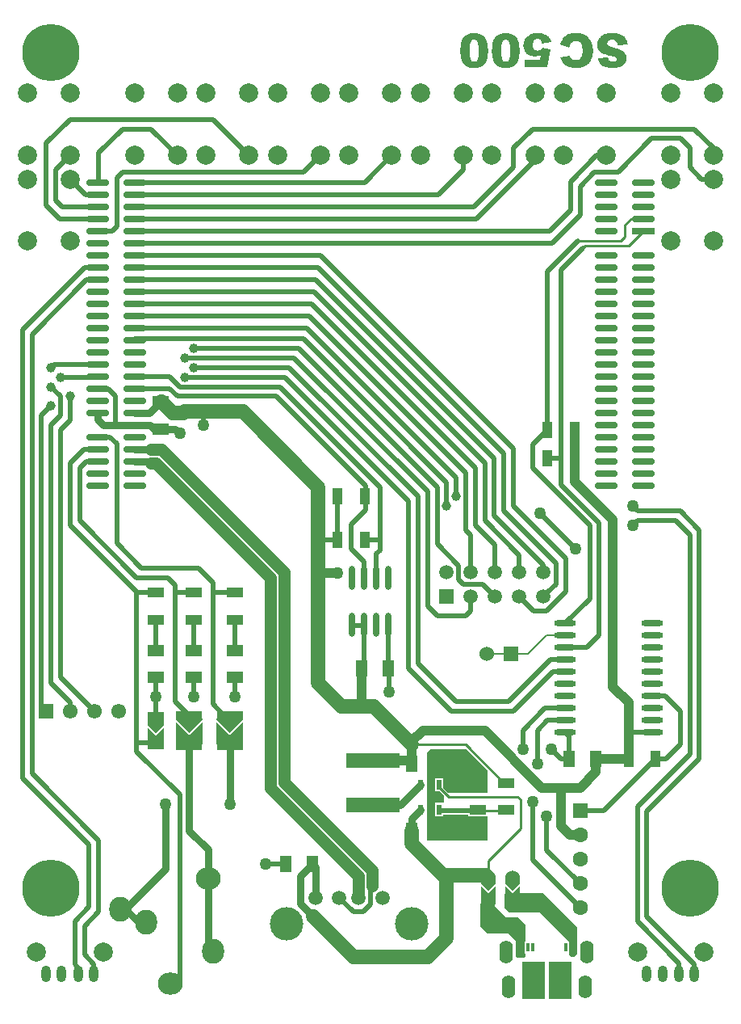
<source format=gtl>
G04 Layer_Physical_Order=1*
G04 Layer_Color=25308*
%FSLAX25Y25*%
%MOIN*%
G70*
G01*
G75*
%ADD10R,0.09449X0.02992*%
%ADD11O,0.09449X0.02992*%
%ADD12R,0.09449X0.15748*%
%ADD13R,0.01969X0.03543*%
%ADD14R,0.01181X0.03543*%
%ADD15O,0.02756X0.09843*%
%ADD16R,0.07087X0.05118*%
%ADD17R,0.06693X0.04331*%
%ADD18R,0.04134X0.06693*%
%ADD19O,0.09055X0.02362*%
%ADD20R,0.05118X0.07087*%
%ADD21R,0.22441X0.06299*%
%ADD22R,0.06693X0.04134*%
%ADD23R,0.02362X0.04331*%
%ADD24R,0.11024X0.03740*%
%ADD25C,0.02992*%
%ADD26C,0.01969*%
%ADD27C,0.05906*%
%ADD28C,0.03150*%
%ADD29C,0.03937*%
%ADD30C,0.00984*%
%ADD31C,0.00787*%
%ADD32C,0.04921*%
%ADD33C,0.02953*%
%ADD34C,0.07874*%
%ADD35O,0.03937X0.06890*%
%ADD36O,0.09055X0.10236*%
%ADD37O,0.10236X0.09055*%
%ADD38O,0.05512X0.09449*%
%ADD39C,0.13780*%
%ADD40C,0.05906*%
%ADD41R,0.06102X0.06102*%
%ADD42C,0.06102*%
%ADD43R,0.06000X0.06000*%
%ADD44C,0.06000*%
%ADD45R,0.05906X0.05906*%
%ADD46C,0.23622*%
%ADD47R,0.06299X0.06299*%
%ADD48C,0.06299*%
%ADD49C,0.05000*%
%ADD50C,0.03937*%
%ADD51C,0.02756*%
%ADD52C,0.02362*%
G36*
X291657Y137925D02*
X296157Y133425D01*
X301157D01*
X303657Y130925D01*
X304157Y130425D01*
Y123434D01*
X303927D01*
Y118691D01*
X304157D01*
Y118425D01*
Y117425D01*
X303657Y116925D01*
X300657D01*
X300157Y117425D01*
Y123925D01*
X297157Y126925D01*
X288657D01*
X285657Y129925D01*
Y139216D01*
X285740Y139272D01*
X291657D01*
Y137925D01*
D02*
G37*
G36*
X309578Y498236D02*
X309910D01*
X310267Y498210D01*
X310675Y498159D01*
X311083Y498082D01*
X311466Y498006D01*
X311517Y497980D01*
X311619Y497955D01*
X311797Y497904D01*
X312027Y497802D01*
X312307Y497700D01*
X312588Y497572D01*
X313149Y497241D01*
X313175Y497215D01*
X313251Y497139D01*
X313379Y497037D01*
X313557Y496883D01*
X313736Y496730D01*
X313914Y496526D01*
X314272Y496067D01*
X314297Y496042D01*
X314348Y495940D01*
X314425Y495812D01*
X314501Y495608D01*
X314629Y495378D01*
X314731Y495098D01*
X314858Y494766D01*
X314960Y494409D01*
X311032Y493975D01*
Y494026D01*
X311006Y494128D01*
X310955Y494307D01*
X310904Y494511D01*
X310828Y494741D01*
X310700Y494970D01*
X310573Y495200D01*
X310394Y495404D01*
X310369Y495429D01*
X310292Y495480D01*
X310190Y495557D01*
X310037Y495634D01*
X309858Y495736D01*
X309629Y495812D01*
X309374Y495863D01*
X309119Y495889D01*
X308991D01*
X308838Y495863D01*
X308634Y495812D01*
X308430Y495736D01*
X308200Y495634D01*
X307971Y495480D01*
X307767Y495276D01*
X307741Y495251D01*
X307690Y495149D01*
X307588Y495021D01*
X307486Y494817D01*
X307410Y494562D01*
X307307Y494256D01*
X307256Y493899D01*
X307231Y493465D01*
Y493440D01*
Y493414D01*
Y493261D01*
X307256Y493031D01*
X307307Y492776D01*
X307358Y492470D01*
X307460Y492164D01*
X307588Y491884D01*
X307767Y491628D01*
X307792Y491603D01*
X307869Y491526D01*
X307971Y491450D01*
X308149Y491322D01*
X308353Y491220D01*
X308583Y491144D01*
X308889Y491067D01*
X309195Y491042D01*
X309297D01*
X309399Y491067D01*
X309552D01*
X309884Y491169D01*
X310088Y491220D01*
X310292Y491322D01*
X310318D01*
X310369Y491373D01*
X310445Y491424D01*
X310547Y491501D01*
X310675Y491603D01*
X310828Y491730D01*
X310981Y491884D01*
X311159Y492062D01*
X314450Y491577D01*
X313226Y484052D01*
X303991D01*
Y487164D01*
X310267D01*
X310598Y489256D01*
X310573Y489230D01*
X310496Y489205D01*
X310343Y489154D01*
X310190Y489077D01*
X309986Y489001D01*
X309756Y488924D01*
X309297Y488797D01*
X309272D01*
X309195Y488771D01*
X309068Y488746D01*
X308889Y488720D01*
X308711Y488695D01*
X308506Y488669D01*
X308047Y488644D01*
X307843D01*
X307690Y488669D01*
X307511D01*
X307307Y488720D01*
X306848Y488797D01*
X306287Y488950D01*
X305726Y489179D01*
X305445Y489332D01*
X305165Y489486D01*
X304909Y489690D01*
X304654Y489919D01*
X304629Y489945D01*
X304603Y489970D01*
X304527Y490047D01*
X304450Y490149D01*
X304348Y490276D01*
X304246Y490429D01*
X303991Y490787D01*
X303736Y491246D01*
X303532Y491807D01*
X303379Y492419D01*
X303353Y492751D01*
X303328Y493108D01*
Y493133D01*
Y493159D01*
Y493235D01*
Y493338D01*
X303353Y493593D01*
X303404Y493950D01*
X303506Y494332D01*
X303608Y494766D01*
X303787Y495251D01*
X304017Y495710D01*
Y495736D01*
X304042Y495761D01*
X304144Y495914D01*
X304297Y496144D01*
X304501Y496424D01*
X304782Y496730D01*
X305114Y497037D01*
X305496Y497343D01*
X305930Y497623D01*
X305955D01*
X305981Y497649D01*
X306057Y497674D01*
X306159Y497725D01*
X306261Y497776D01*
X306415Y497827D01*
X306772Y497929D01*
X307231Y498057D01*
X307792Y498159D01*
X308404Y498236D01*
X309093Y498261D01*
X309323D01*
X309578Y498236D01*
D02*
G37*
G36*
X301740Y143425D02*
X311657Y143425D01*
X325590Y129527D01*
Y118898D01*
Y118504D01*
X324409Y117323D01*
X323228D01*
X322271Y118280D01*
X322057Y118691D01*
X322057Y118691D01*
X322057D01*
X322057Y118691D01*
Y123434D01*
X322047D01*
Y123622D01*
X319291Y126378D01*
X310236Y135433D01*
X297650Y135433D01*
X295663Y137419D01*
X295654Y143071D01*
X295740Y143158D01*
Y146421D01*
X298736Y143425D01*
X298744D01*
X301740Y146421D01*
Y143425D01*
D02*
G37*
G36*
X291740Y139921D02*
X285740D01*
Y146421D01*
X288740Y143421D01*
X291740Y146421D01*
Y139921D01*
D02*
G37*
G36*
X340564Y498236D02*
X340844Y498210D01*
X341176Y498184D01*
X341533Y498159D01*
X341941Y498082D01*
X342758Y497929D01*
X343574Y497700D01*
X343956Y497547D01*
X344314Y497343D01*
X344645Y497139D01*
X344926Y496909D01*
X344951Y496883D01*
X344977Y496832D01*
X345053Y496756D01*
X345130Y496654D01*
X345232Y496526D01*
X345360Y496373D01*
X345487Y496169D01*
X345615Y495965D01*
X345895Y495455D01*
X346150Y494843D01*
X346329Y494179D01*
X346406Y493797D01*
X346457Y493414D01*
X342349Y493133D01*
Y493185D01*
X342324Y493312D01*
X342298Y493491D01*
X342222Y493695D01*
X342069Y494205D01*
X341941Y494460D01*
X341814Y494664D01*
X341788Y494690D01*
X341686Y494792D01*
X341533Y494919D01*
X341329Y495072D01*
X341048Y495251D01*
X340717Y495378D01*
X340334Y495480D01*
X339900Y495506D01*
X339747D01*
X339594Y495480D01*
X339365Y495455D01*
X339135Y495404D01*
X338906Y495327D01*
X338676Y495225D01*
X338472Y495098D01*
X338446Y495072D01*
X338395Y495021D01*
X338319Y494919D01*
X338217Y494817D01*
X338115Y494664D01*
X338038Y494486D01*
X337987Y494281D01*
X337962Y494077D01*
Y494052D01*
Y493975D01*
X337987Y493873D01*
X338013Y493746D01*
X338089Y493593D01*
X338166Y493440D01*
X338293Y493261D01*
X338446Y493108D01*
X338472Y493083D01*
X338548Y493031D01*
X338702Y492955D01*
X338906Y492853D01*
X339212Y492725D01*
X339594Y492572D01*
X339824Y492496D01*
X340079Y492445D01*
X340360Y492368D01*
X340666Y492292D01*
X340691D01*
X340793Y492266D01*
X340946Y492215D01*
X341125Y492190D01*
X341354Y492113D01*
X341635Y492036D01*
X341916Y491960D01*
X342222Y491858D01*
X342911Y491603D01*
X343574Y491322D01*
X344186Y490991D01*
X344467Y490812D01*
X344722Y490608D01*
Y490583D01*
X344773Y490557D01*
X344900Y490429D01*
X345105Y490200D01*
X345308Y489868D01*
X345538Y489486D01*
X345742Y489026D01*
X345870Y488516D01*
X345895Y488236D01*
X345921Y487929D01*
Y487904D01*
Y487878D01*
Y487751D01*
X345895Y487521D01*
X345844Y487266D01*
X345768Y486960D01*
X345666Y486603D01*
X345513Y486246D01*
X345308Y485889D01*
X345283Y485838D01*
X345181Y485736D01*
X345028Y485557D01*
X344824Y485327D01*
X344569Y485098D01*
X344237Y484843D01*
X343854Y484613D01*
X343421Y484384D01*
X343395D01*
X343370Y484358D01*
X343293Y484333D01*
X343191Y484307D01*
X343064Y484256D01*
X342911Y484205D01*
X342732Y484154D01*
X342528Y484103D01*
X342298Y484052D01*
X342018Y484001D01*
X341431Y483899D01*
X340742Y483848D01*
X339977Y483822D01*
X339722D01*
X339543Y483848D01*
X339314D01*
X339059Y483873D01*
X338778Y483899D01*
X338472Y483950D01*
X337809Y484077D01*
X337120Y484256D01*
X336482Y484511D01*
X336176Y484664D01*
X335895Y484843D01*
X335870D01*
X335844Y484894D01*
X335666Y485021D01*
X335436Y485276D01*
X335156Y485608D01*
X335002Y485812D01*
X334875Y486042D01*
X334722Y486322D01*
X334594Y486603D01*
X334467Y486909D01*
X334365Y487241D01*
X334288Y487623D01*
X334212Y488006D01*
X338293Y488236D01*
Y488184D01*
X338319Y488083D01*
X338370Y487904D01*
X338446Y487700D01*
X338548Y487496D01*
X338650Y487266D01*
X338804Y487037D01*
X338982Y486858D01*
X339008Y486833D01*
X339084Y486782D01*
X339186Y486730D01*
X339339Y486628D01*
X339543Y486552D01*
X339798Y486501D01*
X340079Y486450D01*
X340411Y486424D01*
X340538D01*
X340666Y486450D01*
X340844Y486475D01*
X341227Y486552D01*
X341406Y486654D01*
X341559Y486756D01*
X341584Y486782D01*
X341610Y486807D01*
X341737Y486960D01*
X341865Y487215D01*
X341890Y487368D01*
X341916Y487521D01*
Y487547D01*
Y487572D01*
X341865Y487725D01*
X341788Y487929D01*
X341712Y488031D01*
X341610Y488133D01*
X341584D01*
X341533Y488184D01*
X341457Y488236D01*
X341303Y488312D01*
X341125Y488389D01*
X340870Y488465D01*
X340564Y488567D01*
X340181Y488644D01*
X340156D01*
X340054Y488669D01*
X339900Y488695D01*
X339722Y488746D01*
X339492Y488797D01*
X339212Y488873D01*
X338906Y488950D01*
X338599Y489026D01*
X337936Y489205D01*
X337247Y489434D01*
X336635Y489664D01*
X336354Y489766D01*
X336099Y489894D01*
X336074D01*
X336048Y489919D01*
X335895Y489996D01*
X335691Y490123D01*
X335411Y490302D01*
X335130Y490531D01*
X334824Y490787D01*
X334543Y491093D01*
X334314Y491424D01*
X334288Y491475D01*
X334237Y491577D01*
X334135Y491782D01*
X334033Y492036D01*
X333931Y492343D01*
X333829Y492674D01*
X333778Y493083D01*
X333752Y493491D01*
Y493516D01*
Y493542D01*
Y493618D01*
Y493720D01*
X333804Y493975D01*
X333855Y494307D01*
X333931Y494690D01*
X334084Y495123D01*
X334263Y495557D01*
X334518Y495991D01*
X334543Y496042D01*
X334645Y496169D01*
X334824Y496373D01*
X335053Y496628D01*
X335360Y496909D01*
X335717Y497190D01*
X336125Y497445D01*
X336610Y497700D01*
X336635D01*
X336661Y497725D01*
X336737Y497751D01*
X336839Y497776D01*
X336967Y497827D01*
X337145Y497878D01*
X337324Y497929D01*
X337528Y497980D01*
X338013Y498082D01*
X338599Y498184D01*
X339237Y498236D01*
X339977Y498261D01*
X340309D01*
X340564Y498236D01*
D02*
G37*
G36*
X325411D02*
X325615D01*
X325870Y498210D01*
X326150Y498184D01*
X326737Y498108D01*
X327375Y497980D01*
X327987Y497827D01*
X328574Y497623D01*
X328600D01*
X328625Y497598D01*
X328701Y497547D01*
X328804Y497496D01*
X329084Y497317D01*
X329416Y497087D01*
X329799Y496756D01*
X330232Y496373D01*
X330640Y495889D01*
X331048Y495302D01*
Y495276D01*
X331100Y495225D01*
X331151Y495123D01*
X331202Y494996D01*
X331278Y494843D01*
X331380Y494639D01*
X331482Y494409D01*
X331559Y494128D01*
X331661Y493848D01*
X331763Y493516D01*
X331839Y493159D01*
X331941Y492776D01*
X331992Y492368D01*
X332043Y491934D01*
X332094Y491016D01*
Y490965D01*
Y490863D01*
X332069Y490685D01*
Y490455D01*
X332043Y490149D01*
X331992Y489817D01*
X331941Y489460D01*
X331865Y489052D01*
X331763Y488618D01*
X331635Y488184D01*
X331508Y487751D01*
X331329Y487292D01*
X331100Y486858D01*
X330870Y486450D01*
X330589Y486042D01*
X330258Y485685D01*
X330232Y485659D01*
X330181Y485608D01*
X330054Y485506D01*
X329926Y485404D01*
X329722Y485251D01*
X329492Y485098D01*
X329237Y484919D01*
X328906Y484741D01*
X328574Y484588D01*
X328166Y484409D01*
X327732Y484256D01*
X327273Y484103D01*
X326763Y484001D01*
X326227Y483899D01*
X325640Y483848D01*
X325028Y483822D01*
X324773D01*
X324594Y483848D01*
X324365D01*
X324110Y483873D01*
X323829Y483899D01*
X323523Y483950D01*
X322834Y484077D01*
X322146Y484281D01*
X321482Y484537D01*
X321176Y484715D01*
X320870Y484894D01*
X320845D01*
X320793Y484945D01*
X320717Y484996D01*
X320615Y485098D01*
X320487Y485200D01*
X320334Y485353D01*
X320181Y485506D01*
X320003Y485710D01*
X319824Y485914D01*
X319646Y486169D01*
X319441Y486424D01*
X319263Y486730D01*
X319084Y487062D01*
X318906Y487394D01*
X318753Y487776D01*
X318600Y488184D01*
X322426Y489026D01*
Y489001D01*
X322452Y488924D01*
X322503Y488797D01*
X322554Y488669D01*
X322707Y488363D01*
X322783Y488236D01*
X322860Y488108D01*
X322885Y488083D01*
X322911Y488031D01*
X323013Y487929D01*
X323115Y487827D01*
X323395Y487572D01*
X323753Y487343D01*
X323778Y487317D01*
X323829Y487292D01*
X323957Y487241D01*
X324084Y487190D01*
X324263Y487139D01*
X324467Y487113D01*
X324696Y487062D01*
X325079D01*
X325156Y487088D01*
X325436Y487113D01*
X325768Y487215D01*
X326125Y487343D01*
X326508Y487572D01*
X326865Y487853D01*
X327018Y488057D01*
X327171Y488261D01*
X327196Y488312D01*
X327273Y488414D01*
X327349Y488644D01*
X327451Y488924D01*
X327579Y489307D01*
X327656Y489766D01*
X327732Y490327D01*
X327758Y490991D01*
Y491016D01*
Y491093D01*
Y491220D01*
Y491373D01*
X327732Y491552D01*
Y491782D01*
X327681Y492266D01*
X327579Y492776D01*
X327477Y493312D01*
X327298Y493797D01*
X327196Y494001D01*
X327069Y494179D01*
X327043Y494205D01*
X326941Y494307D01*
X326763Y494434D01*
X326559Y494588D01*
X326278Y494766D01*
X325921Y494894D01*
X325538Y494996D01*
X325079Y495021D01*
X324875D01*
X324645Y494996D01*
X324365Y494945D01*
X324059Y494843D01*
X323753Y494741D01*
X323446Y494562D01*
X323191Y494332D01*
X323166Y494307D01*
X323089Y494205D01*
X322962Y494052D01*
X322834Y493822D01*
X322681Y493542D01*
X322528Y493185D01*
X322375Y492776D01*
X322248Y492292D01*
X318472Y493465D01*
Y493491D01*
X318497Y493542D01*
X318523Y493618D01*
X318548Y493720D01*
X318625Y494026D01*
X318778Y494383D01*
X318931Y494817D01*
X319161Y495251D01*
X319390Y495684D01*
X319696Y496118D01*
X319722Y496169D01*
X319850Y496297D01*
X320028Y496475D01*
X320258Y496730D01*
X320564Y496985D01*
X320896Y497241D01*
X321304Y497496D01*
X321737Y497725D01*
X321763D01*
X321788Y497751D01*
X321865Y497776D01*
X321941Y497802D01*
X322222Y497904D01*
X322579Y497980D01*
X323013Y498082D01*
X323549Y498184D01*
X324161Y498236D01*
X324824Y498261D01*
X325207D01*
X325411Y498236D01*
D02*
G37*
G36*
X296517D02*
X296670D01*
X297078Y498184D01*
X297537Y498133D01*
X298022Y498031D01*
X298506Y497878D01*
X298940Y497700D01*
X298991Y497674D01*
X299119Y497598D01*
X299323Y497470D01*
X299552Y497292D01*
X299858Y497062D01*
X300139Y496781D01*
X300445Y496450D01*
X300726Y496067D01*
X300751Y496042D01*
X300802Y495914D01*
X300904Y495761D01*
X301007Y495506D01*
X301134Y495225D01*
X301262Y494868D01*
X301389Y494434D01*
X301491Y493975D01*
Y493950D01*
Y493924D01*
X301517Y493848D01*
X301542Y493746D01*
X301568Y493465D01*
X301619Y493083D01*
X301670Y492649D01*
X301721Y492139D01*
X301746Y491577D01*
X301772Y490991D01*
Y490940D01*
Y490812D01*
Y490608D01*
X301746Y490353D01*
X301721Y490021D01*
X301695Y489639D01*
X301644Y489230D01*
X301593Y488797D01*
X301415Y487878D01*
X301160Y486960D01*
X301007Y486526D01*
X300802Y486118D01*
X300598Y485761D01*
X300343Y485429D01*
X300318Y485404D01*
X300267Y485353D01*
X300190Y485276D01*
X300063Y485174D01*
X299909Y485047D01*
X299731Y484919D01*
X299501Y484766D01*
X299246Y484613D01*
X298966Y484486D01*
X298634Y484333D01*
X298277Y484205D01*
X297894Y484077D01*
X297461Y483975D01*
X297001Y483899D01*
X296491Y483848D01*
X295955Y483822D01*
X295726D01*
X295471Y483848D01*
X295139Y483873D01*
X294782Y483899D01*
X294399Y483975D01*
X294017Y484052D01*
X293660Y484179D01*
X293609Y484205D01*
X293507Y484231D01*
X293328Y484333D01*
X293124Y484435D01*
X292894Y484562D01*
X292639Y484715D01*
X292410Y484894D01*
X292180Y485098D01*
X292155Y485123D01*
X292078Y485200D01*
X291976Y485302D01*
X291848Y485455D01*
X291695Y485608D01*
X291542Y485812D01*
X291262Y486271D01*
X291236Y486297D01*
X291211Y486373D01*
X291134Y486501D01*
X291058Y486679D01*
X290981Y486883D01*
X290904Y487139D01*
X290803Y487394D01*
X290726Y487700D01*
Y487725D01*
X290700Y487776D01*
X290675Y487853D01*
X290649Y487981D01*
X290624Y488108D01*
X290598Y488287D01*
X290522Y488695D01*
X290445Y489179D01*
X290369Y489715D01*
X290343Y490327D01*
X290318Y490940D01*
Y490991D01*
Y491118D01*
Y491297D01*
X290343Y491552D01*
X290369Y491884D01*
X290394Y492241D01*
X290420Y492623D01*
X290471Y493057D01*
X290624Y493975D01*
X290854Y494894D01*
X291006Y495327D01*
X291185Y495761D01*
X291389Y496144D01*
X291619Y496501D01*
X291644Y496526D01*
X291670Y496577D01*
X291746Y496654D01*
X291874Y496781D01*
X292027Y496909D01*
X292206Y497062D01*
X292410Y497215D01*
X292665Y497368D01*
X292945Y497547D01*
X293277Y497700D01*
X293634Y497853D01*
X294042Y497980D01*
X294476Y498108D01*
X294961Y498184D01*
X295496Y498236D01*
X296058Y498261D01*
X296364D01*
X296517Y498236D01*
D02*
G37*
G36*
X283481D02*
X283634D01*
X284042Y498184D01*
X284502Y498133D01*
X284986Y498031D01*
X285471Y497878D01*
X285905Y497700D01*
X285956Y497674D01*
X286083Y497598D01*
X286287Y497470D01*
X286517Y497292D01*
X286823Y497062D01*
X287104Y496781D01*
X287410Y496450D01*
X287690Y496067D01*
X287716Y496042D01*
X287767Y495914D01*
X287869Y495761D01*
X287971Y495506D01*
X288098Y495225D01*
X288226Y494868D01*
X288353Y494434D01*
X288456Y493975D01*
Y493950D01*
Y493924D01*
X288481Y493848D01*
X288507Y493746D01*
X288532Y493465D01*
X288583Y493083D01*
X288634Y492649D01*
X288685Y492139D01*
X288711Y491577D01*
X288736Y490991D01*
Y490940D01*
Y490812D01*
Y490608D01*
X288711Y490353D01*
X288685Y490021D01*
X288660Y489639D01*
X288609Y489230D01*
X288558Y488797D01*
X288379Y487878D01*
X288124Y486960D01*
X287971Y486526D01*
X287767Y486118D01*
X287563Y485761D01*
X287308Y485429D01*
X287282Y485404D01*
X287231Y485353D01*
X287155Y485276D01*
X287027Y485174D01*
X286874Y485047D01*
X286695Y484919D01*
X286466Y484766D01*
X286211Y484613D01*
X285930Y484486D01*
X285598Y484333D01*
X285241Y484205D01*
X284859Y484077D01*
X284425Y483975D01*
X283966Y483899D01*
X283456Y483848D01*
X282920Y483822D01*
X282690D01*
X282435Y483848D01*
X282103Y483873D01*
X281746Y483899D01*
X281364Y483975D01*
X280981Y484052D01*
X280624Y484179D01*
X280573Y484205D01*
X280471Y484231D01*
X280292Y484333D01*
X280088Y484435D01*
X279859Y484562D01*
X279604Y484715D01*
X279374Y484894D01*
X279144Y485098D01*
X279119Y485123D01*
X279042Y485200D01*
X278940Y485302D01*
X278813Y485455D01*
X278660Y485608D01*
X278507Y485812D01*
X278226Y486271D01*
X278201Y486297D01*
X278175Y486373D01*
X278099Y486501D01*
X278022Y486679D01*
X277945Y486883D01*
X277869Y487139D01*
X277767Y487394D01*
X277690Y487700D01*
Y487725D01*
X277665Y487776D01*
X277639Y487853D01*
X277614Y487981D01*
X277588Y488108D01*
X277563Y488287D01*
X277486Y488695D01*
X277410Y489179D01*
X277333Y489715D01*
X277308Y490327D01*
X277282Y490940D01*
Y490991D01*
Y491118D01*
Y491297D01*
X277308Y491552D01*
X277333Y491884D01*
X277359Y492241D01*
X277384Y492623D01*
X277435Y493057D01*
X277588Y493975D01*
X277818Y494894D01*
X277971Y495327D01*
X278150Y495761D01*
X278354Y496144D01*
X278583Y496501D01*
X278609Y496526D01*
X278634Y496577D01*
X278711Y496654D01*
X278838Y496781D01*
X278991Y496909D01*
X279170Y497062D01*
X279374Y497215D01*
X279629Y497368D01*
X279910Y497547D01*
X280241Y497700D01*
X280598Y497853D01*
X281007Y497980D01*
X281440Y498108D01*
X281925Y498184D01*
X282461Y498236D01*
X283022Y498261D01*
X283328D01*
X283481Y498236D01*
D02*
G37*
G36*
X291740Y147421D02*
X288740Y144421D01*
X285740Y147421D01*
Y149921D01*
X291740D01*
Y147421D01*
D02*
G37*
G36*
X170866Y215158D02*
X165354Y209646D01*
X159843Y215157D01*
Y215551D01*
X170866D01*
Y215158D01*
D02*
G37*
G36*
X187598D02*
X182086Y209646D01*
X176575Y215157D01*
Y215551D01*
X187598D01*
Y215158D01*
D02*
G37*
G36*
X154921Y212598D02*
X151575Y209646D01*
X148228Y212598D01*
Y214567D01*
X154921D01*
Y212598D01*
D02*
G37*
G36*
X187598Y204921D02*
X176575D01*
X176575Y214173D01*
X182087Y208661D01*
X187598Y214173D01*
Y204921D01*
D02*
G37*
G36*
X279921Y202756D02*
X288386Y194291D01*
Y185039D01*
X272244D01*
X270285Y186998D01*
Y190954D01*
X266723D01*
Y185424D01*
X268710D01*
X270669Y183465D01*
Y180997D01*
X270285Y180718D01*
X266723D01*
Y175187D01*
X270285D01*
Y175845D01*
X280502D01*
Y175059D01*
X288386D01*
Y165354D01*
X263739Y165354D01*
X263386Y165708D01*
X263386Y201378D01*
X264764Y202756D01*
X270669Y202756D01*
X279921Y202756D01*
D02*
G37*
G36*
X301740Y147421D02*
X298740Y144421D01*
X295740Y147421D01*
Y149921D01*
X301740D01*
Y147421D01*
D02*
G37*
G36*
X170866Y204921D02*
X159843D01*
X159843Y214173D01*
X165354Y208661D01*
X170866Y214173D01*
Y204921D01*
D02*
G37*
G36*
X154921Y206693D02*
X148228D01*
Y211614D01*
X151575Y208661D01*
X154921Y211614D01*
Y206693D01*
D02*
G37*
%LPC*%
G36*
X296083Y495608D02*
X295981D01*
X295853Y495582D01*
X295726Y495557D01*
X295547Y495506D01*
X295394Y495429D01*
X295216Y495327D01*
X295037Y495200D01*
X295012Y495174D01*
X294961Y495123D01*
X294884Y495021D01*
X294782Y494894D01*
X294680Y494690D01*
X294578Y494486D01*
X294476Y494205D01*
X294399Y493899D01*
Y493848D01*
X294374Y493720D01*
X294323Y493516D01*
X294272Y493210D01*
X294246Y492827D01*
X294195Y492343D01*
X294170Y491782D01*
Y491118D01*
Y491093D01*
Y490991D01*
Y490863D01*
Y490659D01*
X294195Y490455D01*
Y490174D01*
X294221Y489613D01*
X294297Y488975D01*
X294374Y488363D01*
X294425Y488083D01*
X294501Y487802D01*
X294578Y487572D01*
X294654Y487368D01*
X294680Y487317D01*
X294757Y487215D01*
X294859Y487062D01*
X295012Y486883D01*
X295216Y486705D01*
X295471Y486552D01*
X295751Y486450D01*
X296083Y486399D01*
X296134D01*
X296236Y486424D01*
X296415Y486450D01*
X296619Y486526D01*
X296848Y486628D01*
X297078Y486807D01*
X297307Y487062D01*
X297486Y487394D01*
X297512Y487445D01*
X297537Y487496D01*
X297563Y487598D01*
X297588Y487700D01*
X297614Y487827D01*
X297665Y488006D01*
X297690Y488210D01*
X297741Y488440D01*
X297792Y488695D01*
X297818Y489001D01*
X297843Y489307D01*
X297869Y489690D01*
X297894Y490072D01*
X297920Y490506D01*
Y490991D01*
Y491016D01*
Y491118D01*
Y491246D01*
Y491424D01*
X297894Y491628D01*
Y491884D01*
X297869Y492445D01*
X297818Y493057D01*
X297716Y493669D01*
X297665Y493950D01*
X297614Y494205D01*
X297537Y494434D01*
X297461Y494639D01*
X297435Y494690D01*
X297358Y494792D01*
X297256Y494945D01*
X297103Y495123D01*
X296899Y495302D01*
X296670Y495455D01*
X296389Y495557D01*
X296083Y495608D01*
D02*
G37*
G36*
X283047D02*
X282945D01*
X282818Y495582D01*
X282690Y495557D01*
X282512Y495506D01*
X282359Y495429D01*
X282180Y495327D01*
X282001Y495200D01*
X281976Y495174D01*
X281925Y495123D01*
X281849Y495021D01*
X281746Y494894D01*
X281644Y494690D01*
X281542Y494486D01*
X281440Y494205D01*
X281364Y493899D01*
Y493848D01*
X281338Y493720D01*
X281287Y493516D01*
X281236Y493210D01*
X281211Y492827D01*
X281160Y492343D01*
X281134Y491782D01*
Y491118D01*
Y491093D01*
Y490991D01*
Y490863D01*
Y490659D01*
X281160Y490455D01*
Y490174D01*
X281185Y489613D01*
X281262Y488975D01*
X281338Y488363D01*
X281389Y488083D01*
X281466Y487802D01*
X281542Y487572D01*
X281619Y487368D01*
X281644Y487317D01*
X281721Y487215D01*
X281823Y487062D01*
X281976Y486883D01*
X282180Y486705D01*
X282435Y486552D01*
X282716Y486450D01*
X283047Y486399D01*
X283098D01*
X283201Y486424D01*
X283379Y486450D01*
X283583Y486526D01*
X283813Y486628D01*
X284042Y486807D01*
X284272Y487062D01*
X284451Y487394D01*
X284476Y487445D01*
X284502Y487496D01*
X284527Y487598D01*
X284553Y487700D01*
X284578Y487827D01*
X284629Y488006D01*
X284655Y488210D01*
X284706Y488440D01*
X284757Y488695D01*
X284782Y489001D01*
X284808Y489307D01*
X284833Y489690D01*
X284859Y490072D01*
X284884Y490506D01*
Y490991D01*
Y491016D01*
Y491118D01*
Y491246D01*
Y491424D01*
X284859Y491628D01*
Y491884D01*
X284833Y492445D01*
X284782Y493057D01*
X284680Y493669D01*
X284629Y493950D01*
X284578Y494205D01*
X284502Y494434D01*
X284425Y494639D01*
X284399Y494690D01*
X284323Y494792D01*
X284221Y494945D01*
X284068Y495123D01*
X283864Y495302D01*
X283634Y495455D01*
X283353Y495557D01*
X283047Y495608D01*
D02*
G37*
%LPD*%
D10*
X352913Y416555D02*
D03*
D11*
Y421555D02*
D03*
Y426555D02*
D03*
Y431555D02*
D03*
Y436555D02*
D03*
X337559Y416555D02*
D03*
Y421555D02*
D03*
Y426555D02*
D03*
Y431555D02*
D03*
Y436555D02*
D03*
X352913Y311555D02*
D03*
Y316555D02*
D03*
Y321555D02*
D03*
Y326555D02*
D03*
Y331555D02*
D03*
Y336555D02*
D03*
Y341555D02*
D03*
Y346555D02*
D03*
Y351555D02*
D03*
Y356555D02*
D03*
Y361555D02*
D03*
Y366555D02*
D03*
Y371555D02*
D03*
Y376555D02*
D03*
Y381555D02*
D03*
Y386555D02*
D03*
Y391555D02*
D03*
Y396555D02*
D03*
Y401555D02*
D03*
Y406555D02*
D03*
X337559Y311555D02*
D03*
Y316555D02*
D03*
Y321555D02*
D03*
Y326555D02*
D03*
Y331555D02*
D03*
Y336555D02*
D03*
Y341555D02*
D03*
Y346555D02*
D03*
Y351555D02*
D03*
Y356555D02*
D03*
Y361555D02*
D03*
Y366555D02*
D03*
Y371555D02*
D03*
Y376555D02*
D03*
Y381555D02*
D03*
Y386555D02*
D03*
Y391555D02*
D03*
Y396555D02*
D03*
Y401555D02*
D03*
Y406555D02*
D03*
X142913Y341555D02*
D03*
Y346555D02*
D03*
Y351555D02*
D03*
Y356555D02*
D03*
Y361555D02*
D03*
Y366555D02*
D03*
Y371555D02*
D03*
Y376555D02*
D03*
Y381555D02*
D03*
Y386555D02*
D03*
Y391555D02*
D03*
Y396555D02*
D03*
Y401555D02*
D03*
Y406555D02*
D03*
Y411555D02*
D03*
Y416555D02*
D03*
Y421555D02*
D03*
Y426555D02*
D03*
Y431555D02*
D03*
Y436555D02*
D03*
X127559Y341555D02*
D03*
Y346555D02*
D03*
Y351555D02*
D03*
Y356555D02*
D03*
Y361555D02*
D03*
Y366555D02*
D03*
Y371555D02*
D03*
Y376555D02*
D03*
Y381555D02*
D03*
Y386555D02*
D03*
Y391555D02*
D03*
Y396555D02*
D03*
Y401555D02*
D03*
Y406555D02*
D03*
Y411555D02*
D03*
Y416555D02*
D03*
Y421555D02*
D03*
Y426555D02*
D03*
Y431555D02*
D03*
Y436555D02*
D03*
X142913Y311555D02*
D03*
Y316555D02*
D03*
Y321555D02*
D03*
Y326555D02*
D03*
Y331555D02*
D03*
X127559Y311555D02*
D03*
Y316555D02*
D03*
Y321555D02*
D03*
Y326555D02*
D03*
Y331555D02*
D03*
D12*
X318504Y107480D02*
D03*
X307480D02*
D03*
D13*
X323228Y121063D02*
D03*
X302756D02*
D03*
D14*
X320866D02*
D03*
X305118D02*
D03*
X307086D02*
D03*
D15*
X247657Y273425D02*
D03*
X242657D02*
D03*
X237657D02*
D03*
X232658D02*
D03*
X247657Y254134D02*
D03*
X242657D02*
D03*
X237657D02*
D03*
X232658D02*
D03*
D16*
X151575Y232677D02*
D03*
Y243701D02*
D03*
X184055Y232677D02*
D03*
Y243701D02*
D03*
X167323Y232677D02*
D03*
Y243701D02*
D03*
X153543Y335039D02*
D03*
Y346063D02*
D03*
D17*
X151575Y267520D02*
D03*
Y256102D02*
D03*
X184055Y267520D02*
D03*
Y256102D02*
D03*
X167323Y267520D02*
D03*
Y256102D02*
D03*
X151575Y204921D02*
D03*
Y216338D02*
D03*
D18*
X324508Y322834D02*
D03*
X313287D02*
D03*
X324508Y334646D02*
D03*
X313287D02*
D03*
X346752Y198819D02*
D03*
X357972D02*
D03*
X226673Y289370D02*
D03*
X237894D02*
D03*
X226673Y307087D02*
D03*
X237894D02*
D03*
D19*
X356496Y209783D02*
D03*
Y214783D02*
D03*
Y219783D02*
D03*
Y224783D02*
D03*
Y229783D02*
D03*
Y234783D02*
D03*
Y239783D02*
D03*
Y244783D02*
D03*
Y249783D02*
D03*
Y254783D02*
D03*
X320669Y209783D02*
D03*
Y214783D02*
D03*
Y219783D02*
D03*
Y224783D02*
D03*
Y229783D02*
D03*
Y234783D02*
D03*
Y239783D02*
D03*
Y244783D02*
D03*
Y249783D02*
D03*
Y254783D02*
D03*
D20*
X322244Y198819D02*
D03*
X333268D02*
D03*
X205118Y155512D02*
D03*
X216142D02*
D03*
X247638Y236221D02*
D03*
X236614D02*
D03*
X257283Y169291D02*
D03*
X268307D02*
D03*
X257283Y196850D02*
D03*
X268307D02*
D03*
D21*
X241142Y179724D02*
D03*
Y198228D02*
D03*
D22*
X296260Y177726D02*
D03*
Y188946D02*
D03*
X284449Y188946D02*
D03*
Y177726D02*
D03*
D23*
X268504Y177953D02*
D03*
X261023D02*
D03*
Y188189D02*
D03*
X264764D02*
D03*
X268504D02*
D03*
D24*
X182087Y217028D02*
D03*
Y204232D02*
D03*
X165354Y217028D02*
D03*
Y204232D02*
D03*
D25*
X150787Y335039D02*
X153543D01*
X149212Y336614D02*
X150787Y335039D01*
X134842Y336614D02*
X149212D01*
X129921D02*
X134842D01*
X127559Y338976D02*
X129921Y336614D01*
X127559Y338976D02*
Y341555D01*
X173228Y121653D02*
X175197Y119685D01*
X138976Y137008D02*
X144488Y131496D01*
X149606D01*
X252559Y179724D02*
X261023Y188189D01*
X241142Y179724D02*
X252559D01*
X182087Y180118D02*
Y204232D01*
X257283Y174213D02*
X261023Y177953D01*
X257283Y169291D02*
Y174213D01*
X165354Y169291D02*
X173228Y161417D01*
X165354Y169291D02*
Y204232D01*
X173228Y121653D02*
Y149606D01*
Y161417D01*
X155512Y153543D02*
Y180118D01*
X138976Y137008D02*
X155512Y153543D01*
X153543Y335039D02*
X159449D01*
X161417Y333071D01*
D26*
X131712Y351555D02*
X134842Y348425D01*
Y336614D02*
Y348425D01*
X127559Y351555D02*
X131712D01*
X159646Y222638D02*
X165354Y216929D01*
X307086Y328445D02*
X313287Y334646D01*
X307086Y318898D02*
Y328445D01*
Y318898D02*
X330709Y295275D01*
X299212Y303150D02*
Y326771D01*
X219429Y406555D02*
X299212Y326771D01*
X142913Y406555D02*
X219429D01*
X295275Y301181D02*
Y324803D01*
X218523Y401555D02*
X295275Y324803D01*
X142913Y401555D02*
X218523D01*
X291338Y299213D02*
Y322834D01*
X217618Y396555D02*
X291338Y322834D01*
X142913Y396555D02*
X217618D01*
X287401Y297244D02*
Y320866D01*
X216712Y391555D02*
X287401Y320866D01*
X142913Y391555D02*
X216712D01*
X283464Y295275D02*
Y318898D01*
X215807Y386555D02*
X283464Y318898D01*
X142913Y386555D02*
X215807D01*
X279527Y293307D02*
Y316929D01*
X214901Y381555D02*
X279527Y316929D01*
X142913Y381555D02*
X214901D01*
X275590Y307086D02*
Y314961D01*
X213996Y376555D02*
X275590Y314961D01*
X142913Y376555D02*
X213996D01*
X271653Y303150D02*
Y312992D01*
X212598Y372047D02*
X271653Y312992D01*
X142913Y372047D02*
X212598D01*
X267716Y287402D02*
Y311023D01*
X210630Y368110D02*
X267716Y311023D01*
X167323Y368110D02*
X210630D01*
X263779Y261811D02*
Y309055D01*
X208661Y364173D02*
X263779Y309055D01*
X163386Y364173D02*
X208661D01*
X259842Y238189D02*
Y307086D01*
X206693Y360236D02*
X259842Y307086D01*
X167323Y360236D02*
X206693D01*
X255905Y236221D02*
Y305118D01*
X204724Y356299D02*
X255905Y305118D01*
X163386Y356299D02*
X204724D01*
X244094Y289370D02*
Y311023D01*
X202756Y352362D02*
X244094Y311023D01*
X161417Y352362D02*
X202756D01*
X238189Y301476D02*
Y311417D01*
X201181Y348425D02*
X238189Y311417D01*
X160433Y348425D02*
X201181D01*
X320866Y267717D02*
Y281496D01*
X312992Y259842D02*
X320866Y267717D01*
X307559Y259842D02*
X312992D01*
X301654Y265748D02*
X307559Y259842D01*
X299212Y303150D02*
X320866Y281496D01*
X295275Y301181D02*
X316929Y279527D01*
Y271024D02*
Y279527D01*
X313622Y267717D02*
X316929Y271024D01*
X350394Y297244D02*
X366142D01*
X348425Y295275D02*
X350394Y297244D01*
X366142D02*
X372047Y291338D01*
X367618Y110236D02*
Y114665D01*
X350394Y301181D02*
X368110D01*
X348425Y303150D02*
X350394Y301181D01*
X368110D02*
X375984Y293307D01*
X374016Y110236D02*
Y114173D01*
X291653Y275748D02*
Y277716D01*
X276654Y272748D02*
Y278464D01*
X267716Y287402D02*
X276654Y278464D01*
X143701Y205709D02*
X150787D01*
X143701Y201772D02*
Y205709D01*
X150787D02*
X151575Y204921D01*
X143898Y267520D02*
X151575D01*
X159646Y222638D02*
Y267520D01*
X167323D01*
X159646D02*
Y270472D01*
X175197Y221457D02*
X179626Y217028D01*
X175197Y221457D02*
Y266732D01*
X179626Y217028D02*
X182087D01*
X175197Y266732D02*
X175984Y267520D01*
X184055D01*
X255905Y236221D02*
X273622Y218504D01*
X259842Y238189D02*
X275591Y222441D01*
X276654Y272748D02*
X278654Y270748D01*
X263779Y261811D02*
X267716Y257874D01*
X279528D01*
X196850Y155512D02*
X204331D01*
X204724Y155118D01*
X205118Y155512D01*
X312992Y161260D02*
Y175197D01*
X307086Y157165D02*
Y181102D01*
Y157165D02*
X326771Y137480D01*
X318897Y198819D02*
X322244D01*
X314961Y202756D02*
X318897Y198819D01*
X309055Y196850D02*
Y210630D01*
X313209Y214783D01*
X320669D01*
X303150Y202756D02*
Y210630D01*
X312303Y219783D01*
X320669D01*
X312992Y161260D02*
X326771Y147480D01*
X278654Y270748D02*
X286653D01*
X291653Y265748D01*
X281653Y260000D02*
Y265748D01*
X279528Y257874D02*
X281653Y260000D01*
X268996Y177461D02*
X284714D01*
X268504Y177953D02*
X268996Y177461D01*
X167323Y243701D02*
Y256102D01*
X184055Y243701D02*
Y256102D01*
X151575Y243701D02*
Y256102D01*
X320669Y209783D02*
X322244Y208209D01*
X247638Y236221D02*
X248031Y235827D01*
X247657Y236240D02*
Y254134D01*
X248031Y226378D02*
Y235827D01*
X322244Y198819D02*
Y208209D01*
X184055Y226378D02*
Y232677D01*
Y226378D02*
X184055Y226378D01*
X167323Y224410D02*
Y232677D01*
X151575Y224410D02*
Y232677D01*
Y218307D02*
Y224410D01*
X347874Y209783D02*
X356496D01*
X232658Y253937D02*
X237657D01*
Y237264D02*
Y253937D01*
X297244Y222441D02*
X314587Y239783D01*
X320669D01*
X275591Y222441D02*
X297244D01*
X273622Y218504D02*
X299213D01*
X315492Y234783D01*
X320669D01*
X326771Y177480D02*
X336634D01*
X357972Y198819D01*
X329429Y244783D02*
X334646Y250000D01*
X320669Y244783D02*
X329429D01*
X357972Y198819D02*
X357973Y198819D01*
X356496Y224783D02*
X361830D01*
X368110Y218504D01*
X357973Y198819D02*
X362205D01*
X368110Y204724D01*
Y218504D01*
X372047Y200787D02*
Y291338D01*
X350394Y131890D02*
X367618Y114665D01*
X350394Y131890D02*
Y179134D01*
X372047Y200787D01*
X375984Y198819D02*
Y293307D01*
X354330Y133858D02*
X374016Y114173D01*
X354330Y133858D02*
Y177165D01*
X375984Y198819D01*
X112815Y426555D02*
X127559D01*
X116141Y437992D02*
X122579Y431555D01*
X127559D01*
X109586Y361555D02*
X127559D01*
X108267Y360236D02*
X109586Y361555D01*
X127303Y356299D02*
X127559Y356555D01*
X112205Y356299D02*
X127303D01*
X108268Y352362D02*
X112205Y348425D01*
X116299Y218504D02*
Y222283D01*
X96456Y190945D02*
X124016Y163386D01*
X127953Y135827D02*
Y165354D01*
X100393Y192913D02*
X127953Y165354D01*
X118110Y114173D02*
X119587Y112697D01*
Y110236D02*
Y112697D01*
X122047Y129921D02*
X127953Y135827D01*
X122047Y118110D02*
Y129921D01*
Y118110D02*
X125984Y114173D01*
Y110236D02*
Y114173D01*
X118110Y114173D02*
Y131890D01*
X124016Y137795D01*
Y163386D01*
X127539Y401575D02*
X127559Y401555D01*
X104331Y220472D02*
X106299Y218504D01*
X104331Y220472D02*
Y340551D01*
X108268Y344488D01*
X108267Y230315D02*
X116299Y222283D01*
X112205Y232598D02*
X126299Y218504D01*
X108267Y230315D02*
Y336614D01*
X112205Y340551D01*
Y348425D01*
Y232598D02*
Y334646D01*
X116141Y338583D01*
Y348425D01*
Y295275D02*
X143701Y267716D01*
Y205709D02*
Y267716D01*
X122736Y321555D02*
X127559D01*
X120079Y318898D02*
X122736Y321555D01*
X120079Y297244D02*
Y318898D01*
Y297244D02*
X143701Y273622D01*
X156496D01*
X159646Y270472D01*
X169291Y277559D02*
X175197Y271653D01*
Y266732D02*
Y271653D01*
X127559Y331555D02*
X132618D01*
X135433Y328740D01*
Y287795D02*
Y328740D01*
Y287795D02*
X145669Y277559D01*
X169291D01*
X116141Y295275D02*
Y320866D01*
X121830Y326555D01*
X127559D01*
X227362Y141575D02*
X233110Y135827D01*
X237205D01*
X240158Y138779D01*
Y145669D01*
X100393Y192913D02*
Y374016D01*
X122933Y396555D01*
X127559D01*
X96456Y190945D02*
Y375984D01*
X122047Y401575D01*
X127539D01*
X313287Y334646D02*
Y399902D01*
Y322834D02*
Y323130D01*
X318897Y400591D02*
X327756Y409449D01*
X313287Y399902D02*
X325787Y412401D01*
X310039Y300197D02*
X324803Y285433D01*
X334646Y250000D02*
Y296259D01*
X318897Y312008D02*
X334646Y296259D01*
X313287Y322834D02*
X318897D01*
Y312008D02*
Y322834D01*
Y400591D01*
X320669Y254783D02*
X330709Y264823D01*
X159449Y106299D02*
X161417Y108268D01*
Y184055D01*
X143701Y201772D02*
X161417Y184055D01*
X330709Y264823D02*
Y295275D01*
X142913Y356555D02*
X157224D01*
X161417Y352362D01*
X142913Y351555D02*
X157303D01*
X160433Y348425D01*
X171260Y336614D02*
Y342126D01*
X162795Y341535D02*
X163386Y342126D01*
X315098Y411555D02*
X326771Y423228D01*
X142913Y411555D02*
X315098D01*
X142913Y416555D02*
X314193D01*
X326771Y423228D02*
Y435039D01*
X332677Y440945D01*
X314193Y416555D02*
X322834Y425197D01*
Y437008D01*
X333661Y447834D01*
X337598D01*
X142913Y426555D02*
X282854D01*
X299212Y442913D01*
X381890Y447834D02*
Y450787D01*
X142913Y421555D02*
X283760D01*
X308071Y445866D01*
Y447834D01*
X142913Y431555D02*
X268169D01*
X278543Y441929D01*
Y447834D01*
X142913Y436555D02*
X237736D01*
X249015Y447834D01*
X212598Y440945D02*
X219488Y447834D01*
X137795Y440945D02*
X212598D01*
X135433Y438583D02*
X137795Y440945D01*
X135433Y418504D02*
Y438583D01*
X149606Y458661D02*
X160433Y447834D01*
X137795Y458661D02*
X149606D01*
X106299Y427165D02*
Y452756D01*
X127953Y448819D02*
X137795Y458661D01*
X127953Y436949D02*
Y448819D01*
X127559Y436555D02*
X127953Y436949D01*
X106299Y427165D02*
X111909Y421555D01*
X127559D01*
X110236Y429134D02*
X112815Y426555D01*
X110236Y429134D02*
Y441929D01*
X116142Y447835D01*
X127559Y416555D02*
X133484D01*
X135433Y418504D01*
X106299Y452756D02*
X116141Y462598D01*
X175197D01*
X189960Y447834D01*
X299212Y442913D02*
Y450787D01*
X372047Y442913D02*
X376968Y437992D01*
X381890D01*
X368110Y454724D02*
X372047Y450787D01*
Y442913D02*
Y450787D01*
X291338Y299213D02*
X311653Y278897D01*
Y275748D02*
Y278897D01*
X287401Y297244D02*
X301654Y282992D01*
Y275748D02*
Y282992D01*
X283464Y295275D02*
X291653Y287086D01*
Y275748D02*
Y287086D01*
X279527Y293307D02*
X281653Y291181D01*
Y275748D02*
Y291181D01*
X237657Y273425D02*
Y280059D01*
X232283Y285433D02*
X237657Y280059D01*
X242657Y273425D02*
Y283465D01*
X244094Y284901D01*
Y289370D01*
X237894D02*
X244094D01*
X226673Y307087D02*
X226673Y307086D01*
X232283Y285433D02*
Y295571D01*
X238189Y301476D01*
X332677Y440945D02*
X342519D01*
X356299Y454724D01*
X368110D01*
X299212Y450787D02*
X307086Y458661D01*
X374015D01*
X381890Y450787D01*
X226673Y289370D02*
Y307086D01*
X218504Y289370D02*
X226673D01*
D27*
X263779Y117126D02*
X271653Y125000D01*
X233268Y117126D02*
X263779D01*
X236220Y220472D02*
X241535D01*
X228346D02*
X236220D01*
X241535D02*
X257283Y204724D01*
Y163976D02*
X271653Y149606D01*
X257283Y163976D02*
Y169291D01*
X218504Y230315D02*
X228346Y220472D01*
X187401Y342126D02*
X218504Y311024D01*
X171260Y342126D02*
X187401D01*
X163386D02*
X171260D01*
X271653Y125000D02*
Y150945D01*
X287717D01*
X216535Y133858D02*
X233268Y117126D01*
X218504Y230315D02*
Y275590D01*
Y311024D01*
X153937Y346063D02*
X158465Y341535D01*
X162795D01*
D28*
X211122Y150492D02*
X216142Y155512D01*
X211122Y139272D02*
Y150492D01*
X217520Y141575D02*
Y154134D01*
X287717Y150945D02*
X288740Y149921D01*
X211122Y139272D02*
X216535Y133858D01*
D29*
X287402Y210630D02*
X311023Y187008D01*
X326772D01*
X333268Y193504D01*
X318898Y171260D02*
Y187008D01*
Y171260D02*
X322677Y167480D01*
X326771D01*
X236220Y220472D02*
X236614Y220866D01*
Y236221D01*
X257283Y204724D02*
Y206102D01*
Y196850D02*
Y204724D01*
X333268Y198819D02*
X346752D01*
X340256Y228642D02*
Y297539D01*
X255905Y198228D02*
X257283Y196850D01*
X241142Y198228D02*
X255905D01*
X218504Y275590D02*
X226378D01*
X261811Y210630D02*
X287402D01*
X257283Y206102D02*
X261811Y210630D01*
X333268Y193504D02*
Y198819D01*
X340256Y228642D02*
X346752Y222146D01*
Y198819D02*
Y222146D01*
X324508Y313287D02*
X340256Y297539D01*
X324508Y313287D02*
Y334646D01*
D30*
X284449Y177726D02*
X284714Y177461D01*
X298228D01*
X257283Y204724D02*
X279527D01*
X295571Y188681D01*
X300916Y183336D02*
X302165Y182087D01*
Y170275D02*
Y182087D01*
X288740Y156850D02*
X302165Y170275D01*
X268504Y187205D02*
Y188189D01*
Y187205D02*
X272372Y183336D01*
X300916D01*
X288740Y149921D02*
Y156850D01*
X295571Y188681D02*
X298228D01*
X327756Y409449D02*
X328740Y410433D01*
X346791D01*
X352913Y416555D01*
X345275Y419094D02*
X347736Y421555D01*
X352913D01*
X325787Y412401D02*
X343504D01*
X345275Y414173D01*
Y419094D01*
D31*
X288307Y240158D02*
X290276Y242126D01*
X305118D02*
X311023Y248031D01*
Y248031D01*
X312775Y249783D01*
X320669D01*
X290276Y242126D02*
X298307D01*
X305118D01*
D32*
X151575Y320866D02*
X198819Y273622D01*
X149606Y320866D02*
X151575D01*
X204527Y189373D02*
Y275987D01*
X153939Y326575D02*
X204527Y275987D01*
X149606Y326575D02*
X153939D01*
X198819Y187008D02*
Y273622D01*
X235236Y141575D02*
Y150591D01*
X198819Y187008D02*
X235236Y150591D01*
X204527Y189373D02*
X240945Y152955D01*
Y146457D02*
Y152955D01*
D33*
X142913Y326555D02*
X149586D01*
X149606Y326575D01*
X142913Y321555D02*
X148917D01*
X149606Y320866D01*
X142913Y341555D02*
X149035D01*
X153543Y346063D01*
X153937D01*
D34*
X350394Y119134D02*
D03*
X377953D02*
D03*
X364173Y447834D02*
D03*
Y473425D02*
D03*
X381890D02*
D03*
Y447834D02*
D03*
X319882D02*
D03*
Y473425D02*
D03*
X337598D02*
D03*
Y447834D02*
D03*
X290354D02*
D03*
Y473425D02*
D03*
X308071D02*
D03*
Y447834D02*
D03*
X116142Y447835D02*
D03*
Y473425D02*
D03*
X98425D02*
D03*
Y447835D02*
D03*
X160433Y447834D02*
D03*
Y473425D02*
D03*
X142716D02*
D03*
Y447834D02*
D03*
X189960D02*
D03*
Y473425D02*
D03*
X172244D02*
D03*
Y447834D02*
D03*
X219488D02*
D03*
Y473425D02*
D03*
X201771D02*
D03*
Y447834D02*
D03*
X249015D02*
D03*
Y473425D02*
D03*
X231299D02*
D03*
Y447834D02*
D03*
X278543D02*
D03*
Y473425D02*
D03*
X260827D02*
D03*
Y447834D02*
D03*
X381890Y412401D02*
D03*
Y437992D02*
D03*
X364173D02*
D03*
Y412401D02*
D03*
X102362Y119134D02*
D03*
X129921D02*
D03*
X116141Y412401D02*
D03*
Y437992D02*
D03*
X98425D02*
D03*
Y412401D02*
D03*
D35*
X354331Y110236D02*
D03*
X374016D02*
D03*
X360728D02*
D03*
X367618D02*
D03*
X106299D02*
D03*
X125984D02*
D03*
X112697D02*
D03*
X119587D02*
D03*
D36*
X175197Y119685D02*
D03*
X147638Y131496D02*
D03*
X137008Y137008D02*
D03*
D37*
X173228Y149606D02*
D03*
X157480Y106299D02*
D03*
D38*
X296319Y119291D02*
D03*
X329665D02*
D03*
X328878Y104724D02*
D03*
X297106D02*
D03*
D39*
X257165Y130905D02*
D03*
X205433D02*
D03*
D40*
X245079Y141575D02*
D03*
X235236D02*
D03*
X227362D02*
D03*
X217520D02*
D03*
X271654Y275748D02*
D03*
X281653Y265748D02*
D03*
Y275748D02*
D03*
X291653Y265748D02*
D03*
Y275748D02*
D03*
X301654Y265748D02*
D03*
Y275748D02*
D03*
X311653Y265748D02*
D03*
Y275748D02*
D03*
D41*
X106299Y218504D02*
D03*
D42*
X116299D02*
D03*
X126299D02*
D03*
X136299D02*
D03*
D43*
X298307Y242126D02*
D03*
D44*
X288307D02*
D03*
X288740Y139921D02*
D03*
X298740D02*
D03*
Y149921D02*
D03*
X288740D02*
D03*
D45*
X271654Y265748D02*
D03*
D46*
X372047Y145669D02*
D03*
X108267Y490157D02*
D03*
Y145669D02*
D03*
X372047Y490157D02*
D03*
D47*
X326771Y177480D02*
D03*
D48*
Y167480D02*
D03*
Y157480D02*
D03*
Y147480D02*
D03*
Y137480D02*
D03*
D49*
X348425Y295275D02*
D03*
Y303150D02*
D03*
X196850Y155512D02*
D03*
X324803Y285433D02*
D03*
X312992Y175197D02*
D03*
X307086Y181102D02*
D03*
X314961Y202756D02*
D03*
X309055Y196850D02*
D03*
X303150Y202756D02*
D03*
X182087Y180118D02*
D03*
X248031Y226378D02*
D03*
X184055Y224410D02*
D03*
X167323D02*
D03*
X151575D02*
D03*
X226378Y275590D02*
D03*
X310039Y300197D02*
D03*
X155512Y180118D02*
D03*
X171260Y336614D02*
D03*
X161417Y333071D02*
D03*
D50*
X271653Y303150D02*
D03*
X275590Y307086D02*
D03*
X108268Y352362D02*
D03*
X108267Y360236D02*
D03*
X108268Y344488D02*
D03*
X112205Y356299D02*
D03*
X116141Y348425D02*
D03*
X163386Y356299D02*
D03*
X167323Y360236D02*
D03*
X163386Y364173D02*
D03*
X167323Y368110D02*
D03*
D51*
X274606Y167323D02*
D03*
Y194882D02*
D03*
Y198819D02*
D03*
Y171260D02*
D03*
D52*
X264764Y183071D02*
D03*
Y179134D02*
D03*
M02*

</source>
